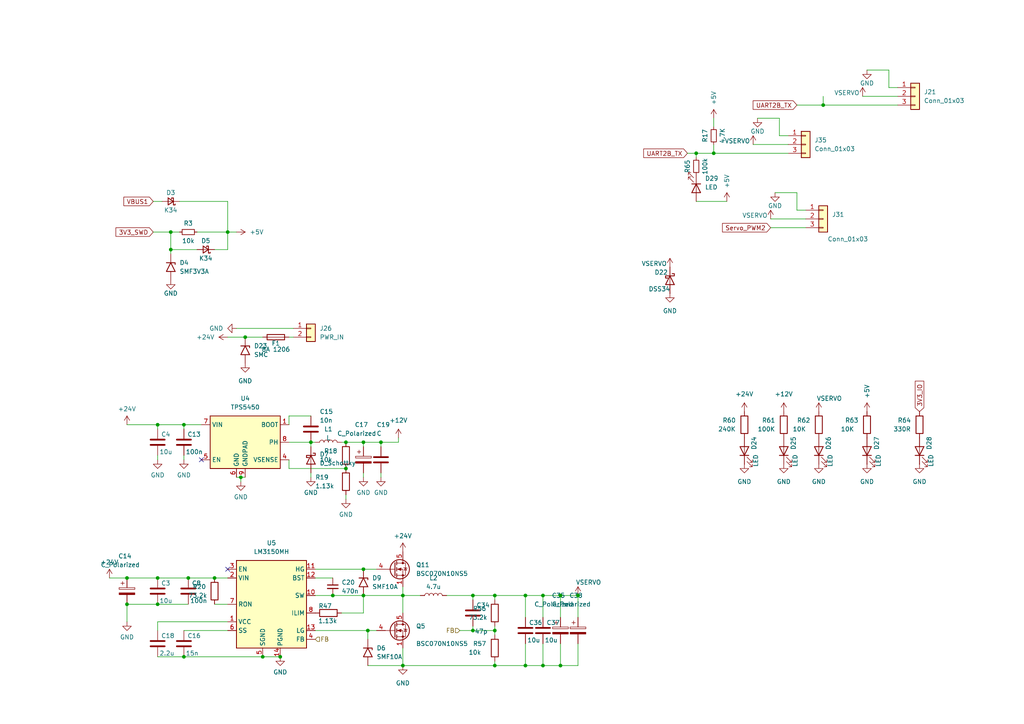
<source format=kicad_sch>
(kicad_sch (version 20231120) (generator "eeschema") (generator_version "8.0")
  (paper "A4")
  (lib_symbols
    (symbol "Connector_Generic:Conn_01x02" (pin_names (offset 1.016) hide)
      (property "Reference" "J" (at 0 2.54 0))
      (property "Value" "Conn_01x02" (at 0 -5.08 0))
      (symbol "Conn_01x02_1_1"
        (rectangle (start -1.27 -2.413) (end 0 -2.667) (stroke (width 0.1524)))
        (rectangle (start -1.27 0.127) (end 0 -0.127) (stroke (width 0.1524)))
        (rectangle (start -1.27 1.27) (end 1.27 -3.81) (stroke (width 0.254)) (fill (type background)))
        (pin passive line (at -5.08 0 0) (length 3.81) (name "Pin_1") (number "1"))
        (pin passive line (at -5.08 -2.54 0) (length 3.81) (name "Pin_2") (number "2"))
      )
    )
    (symbol "Connector_Generic:Conn_01x03" (pin_names (offset 1.016) hide)
      (property "Reference" "J" (at 0 5.08 0))
      (property "Value" "Conn_01x03" (at 0 -5.08 0))
      (symbol "Conn_01x03_1_1"
        (rectangle (start -1.27 -2.413) (end 0 -2.667) (stroke (width 0.1524)))
        (rectangle (start -1.27 0.127) (end 0 -0.127) (stroke (width 0.1524)))
        (rectangle (start -1.27 2.667) (end 0 2.413) (stroke (width 0.1524)))
        (rectangle (start -1.27 3.81) (end 1.27 -3.81) (stroke (width 0.254)) (fill (type background)))
        (pin passive line (at -5.08 2.54 0) (length 3.81) (name "Pin_1") (number "1"))
        (pin passive line (at -5.08 0 0) (length 3.81) (name "Pin_2") (number "2"))
        (pin passive line (at -5.08 -2.54 0) (length 3.81) (name "Pin_3") (number "3"))
      )
    )
    (symbol "Device:C" (pin_numbers hide) (pin_names (offset 0.254))
      (property "Reference" "C" (at 0.635 2.54 0))
      (property "Value" "C" (at 0.635 -2.54 0))
      (symbol "C_0_1"
        (polyline (pts (xy -2.032 -0.762) (xy 2.032 -0.762)) (stroke (width 0.508)))
        (polyline (pts (xy -2.032 0.762) (xy 2.032 0.762)) (stroke (width 0.508)))
      )
      (symbol "C_1_1"
        (pin passive line (at 0 3.81 270) (length 2.794) (name "~") (number "1"))
        (pin passive line (at 0 -3.81 90) (length 2.794) (name "~") (number "2"))
      )
    )
    (symbol "Device:C_Polarized" (pin_numbers hide) (pin_names (offset 0.254))
      (property "Reference" "C" (at 0.635 2.54 0))
      (property "Value" "C_Polarized" (at 0.635 -2.54 0))
      (symbol "C_Polarized_0_1"
        (rectangle (start -2.286 0.508) (end 2.286 1.016))
        (polyline (pts (xy -1.778 2.286) (xy -0.762 2.286)))
        (polyline (pts (xy -1.27 2.794) (xy -1.27 1.778)))
        (rectangle (start 2.286 -0.508) (end -2.286 -1.016) (fill (type outline)))
      )
      (symbol "C_Polarized_1_1"
        (pin passive line (at 0 3.81 270) (length 2.794) (name "~") (number "1"))
        (pin passive line (at 0 -3.81 90) (length 2.794) (name "~") (number "2"))
      )
    )
    (symbol "Device:C_Small" (pin_numbers hide) (pin_names (offset 0.254) hide)
      (property "Reference" "C" (at 0.254 1.778 0))
      (property "Value" "C_Small" (at 0.254 -2.032 0))
      (symbol "C_Small_0_1"
        (polyline (pts (xy -1.524 -0.508) (xy 1.524 -0.508)) (stroke (width 0.3302)))
        (polyline (pts (xy -1.524 0.508) (xy 1.524 0.508)) (stroke (width 0.3048)))
      )
      (symbol "C_Small_1_1"
        (pin passive line (at 0 2.54 270) (length 2.032) (name "~") (number "1"))
        (pin passive line (at 0 -2.54 90) (length 2.032) (name "~") (number "2"))
      )
    )
    (symbol "Device:D_Schottky" (pin_numbers hide) (pin_names (offset 1.016) hide)
      (property "Reference" "D" (at 0 2.54 0))
      (property "Value" "D_Schottky" (at 0 -2.54 0))
      (symbol "D_Schottky_0_1"
        (polyline (pts (xy 1.27 0) (xy -1.27 0)))
        (polyline (pts (xy 1.27 1.27) (xy 1.27 -1.27) (xy -1.27 0) (xy 1.27 1.27)) (stroke (width 0.254)))
        (polyline (pts (xy -1.905 0.635) (xy -1.905 1.27) (xy -1.27 1.27) (xy -1.27 -1.27) (xy -0.635 -1.27) (xy -0.635 -0.635)) (stroke (width 0.254)))
      )
      (symbol "D_Schottky_1_1"
        (pin passive line (at -3.81 0 0) (length 2.54) (name "K") (number "1"))
        (pin passive line (at 3.81 0 180) (length 2.54) (name "A") (number "2"))
      )
    )
    (symbol "Device:D_Schottky_Small" (pin_numbers hide) (pin_names (offset 0.254) hide)
      (property "Reference" "D" (at -1.27 2.032 0))
      (property "Value" "D_Schottky_Small" (at -7.112 -2.032 0))
      (symbol "D_Schottky_Small_0_1"
        (polyline (pts (xy -0.762 0) (xy 0.762 0)))
        (polyline (pts (xy 0.762 -1.016) (xy -0.762 0) (xy 0.762 1.016) (xy 0.762 -1.016)) (stroke (width 0.254)))
        (polyline (pts (xy -1.27 0.762) (xy -1.27 1.016) (xy -0.762 1.016) (xy -0.762 -1.016) (xy -0.254 -1.016) (xy -0.254 -0.762)) (stroke (width 0.254)))
      )
      (symbol "D_Schottky_Small_1_1"
        (pin passive line (at -2.54 0 0) (length 1.778) (name "K") (number "1"))
        (pin passive line (at 2.54 0 180) (length 1.778) (name "A") (number "2"))
      )
    )
    (symbol "Device:Fuse" (pin_numbers hide) (pin_names (offset 0))
      (property "Reference" "F" (at 2.032 0 90))
      (property "Value" "Fuse" (at -1.905 0 90))
      (symbol "Fuse_0_1"
        (rectangle (start -0.762 -2.54) (end 0.762 2.54) (stroke (width 0.254)))
        (polyline (pts (xy 0 2.54) (xy 0 -2.54)))
      )
      (symbol "Fuse_1_1"
        (pin passive line (at 0 3.81 270) (length 1.27) (name "~") (number "1"))
        (pin passive line (at 0 -3.81 90) (length 1.27) (name "~") (number "2"))
      )
    )
    (symbol "Device:L" (pin_numbers hide) (pin_names (offset 1.016) hide)
      (property "Reference" "L" (at -1.27 0 90))
      (property "Value" "L" (at 1.905 0 90))
      (symbol "L_0_1"
        (arc (start 0 -2.54) (mid 0.6323 -1.905) (end 0 -1.27))
        (arc (start 0 -1.27) (mid 0.6323 -0.635) (end 0 0))
        (arc (start 0 0) (mid 0.6323 0.635) (end 0 1.27))
        (arc (start 0 1.27) (mid 0.6323 1.905) (end 0 2.54))
      )
      (symbol "L_1_1"
        (pin passive line (at 0 3.81 270) (length 1.27) (name "1") (number "1"))
        (pin passive line (at 0 -3.81 90) (length 1.27) (name "2") (number "2"))
      )
    )
    (symbol "Device:LED" (pin_numbers hide) (pin_names (offset 1.016) hide)
      (property "Reference" "D" (at 0 2.54 0))
      (property "Value" "LED" (at 0 -2.54 0))
      (symbol "LED_0_1"
        (polyline (pts (xy -1.27 -1.27) (xy -1.27 1.27)) (stroke (width 0.254)))
        (polyline (pts (xy -1.27 0) (xy 1.27 0)))
        (polyline (pts (xy 1.27 -1.27) (xy 1.27 1.27) (xy -1.27 0) (xy 1.27 -1.27)) (stroke (width 0.254)))
        (polyline (pts (xy -3.048 -0.762) (xy -4.572 -2.286) (xy -3.81 -2.286) (xy -4.572 -2.286) (xy -4.572 -1.524)))
        (polyline (pts (xy -1.778 -0.762) (xy -3.302 -2.286) (xy -2.54 -2.286) (xy -3.302 -2.286) (xy -3.302 -1.524)))
      )
      (symbol "LED_1_1"
        (pin passive line (at -3.81 0 0) (length 2.54) (name "K") (number "1"))
        (pin passive line (at 3.81 0 180) (length 2.54) (name "A") (number "2"))
      )
    )
    (symbol "Device:R" (pin_numbers hide) (pin_names (offset 0))
      (property "Reference" "R" (at 2.032 0 90))
      (property "Value" "R" (at 0 0 90))
      (symbol "R_0_1"
        (rectangle (start -1.016 -2.54) (end 1.016 2.54) (stroke (width 0.254)))
      )
      (symbol "R_1_1"
        (pin passive line (at 0 3.81 270) (length 1.27) (name "~") (number "1"))
        (pin passive line (at 0 -3.81 90) (length 1.27) (name "~") (number "2"))
      )
    )
    (symbol "Device:R_Small" (pin_numbers hide) (pin_names (offset 0.254) hide)
      (property "Reference" "R" (at 0.762 0.508 0))
      (property "Value" "R_Small" (at 0.762 -1.016 0))
      (symbol "R_Small_0_1"
        (rectangle (start -0.762 1.778) (end 0.762 -1.778) (stroke (width 0.2032)))
      )
      (symbol "R_Small_1_1"
        (pin passive line (at 0 2.54 270) (length 0.762) (name "~") (number "1"))
        (pin passive line (at 0 -2.54 90) (length 0.762) (name "~") (number "2"))
      )
    )
    (symbol "Diode:SMF10A" (pin_numbers hide) (pin_names (offset 1.016) hide)
      (property "Reference" "D" (at 0 2.54 0))
      (property "Value" "SMF10A" (at 0 -2.54 0))
      (symbol "SMF10A_0_1"
        (polyline (pts (xy -0.762 1.27) (xy -1.27 1.27) (xy -1.27 -1.27)) (stroke (width 0.254)))
        (polyline (pts (xy 1.27 1.27) (xy 1.27 -1.27) (xy -1.27 0) (xy 1.27 1.27)) (stroke (width 0.254)))
      )
      (symbol "SMF10A_1_1"
        (pin passive line (at -3.81 0 0) (length 2.54) (name "A1") (number "1"))
        (pin passive line (at 3.81 0 180) (length 2.54) (name "A2") (number "2"))
      )
    )
    (symbol "Diode:SMF5V0A" (pin_numbers hide) (pin_names (offset 1.016) hide)
      (property "Reference" "D" (at 0 2.54 0))
      (property "Value" "SMF5V0A" (at 0 -2.54 0))
      (symbol "SMF5V0A_0_1"
        (polyline (pts (xy -0.762 1.27) (xy -1.27 1.27) (xy -1.27 -1.27)) (stroke (width 0.254)))
        (polyline (pts (xy 1.27 1.27) (xy 1.27 -1.27) (xy -1.27 0) (xy 1.27 1.27)) (stroke (width 0.254)))
      )
      (symbol "SMF5V0A_1_1"
        (pin passive line (at -3.81 0 0) (length 2.54) (name "A1") (number "1"))
        (pin passive line (at 3.81 0 180) (length 2.54) (name "A2") (number "2"))
      )
    )
    (symbol "GND_1" (power) (pin_numbers hide) (pin_names (offset 0) hide)
      (property "Value" "GND" (at 0 -3.81 0))
      (symbol "GND_1_0_1"
        (polyline (pts (xy 0 0) (xy 0 -1.27) (xy 1.27 -1.27) (xy 0 -2.54) (xy -1.27 -1.27) (xy 0 -1.27)))
      )
      (symbol "GND_1_1_1"
        (pin power_in line (at 0 0 270) (length 0) (name "~") (number "1"))
      )
    )
    (symbol "GND_2" (power) (pin_numbers hide) (pin_names (offset 0) hide)
      (property "Value" "GND" (at 0 -3.81 0))
      (symbol "GND_2_0_1"
        (polyline (pts (xy 0 0) (xy 0 -1.27) (xy 1.27 -1.27) (xy 0 -2.54) (xy -1.27 -1.27) (xy 0 -1.27)))
      )
      (symbol "GND_2_1_1"
        (pin power_in line (at 0 0 270) (length 0) (name "~") (number "1"))
      )
    )
    (symbol "GND_3" (power) (pin_numbers hide) (pin_names (offset 0) hide)
      (property "Value" "GND" (at 0 -3.81 0))
      (symbol "GND_3_0_1"
        (polyline (pts (xy 0 0) (xy 0 -1.27) (xy 1.27 -1.27) (xy 0 -2.54) (xy -1.27 -1.27) (xy 0 -1.27)))
      )
      (symbol "GND_3_1_1"
        (pin power_in line (at 0 0 270) (length 0) (name "~") (number "1"))
      )
    )
    (symbol "Regulator_Switching:LM3150MH"
      (property "Reference" "U" (at -10.16 13.97 0))
      (property "Value" "LM3150MH" (at 2.54 13.97 0))
      (symbol "LM3150MH_0_1"
        (rectangle (start -10.16 12.7) (end 10.16 -12.7) (stroke (width 0.254)) (fill (type background)))
      )
      (symbol "LM3150MH_1_1"
        (pin power_out line (at -12.7 -5.08 0) (length 2.54) (name "VCC") (number "1"))
        (pin output line (at 12.7 2.54 180) (length 2.54) (name "SW") (number "10"))
        (pin output line (at 12.7 10.16 180) (length 2.54) (name "HG") (number "11"))
        (pin passive line (at 12.7 7.62 180) (length 2.54) (name "BST") (number "12"))
        (pin output line (at 12.7 -7.62 180) (length 2.54) (name "LG") (number "13"))
        (pin power_in line (at 2.54 -15.24 90) (length 2.54) (name "PGND") (number "14"))
        (pin passive line (at -2.54 -15.24 90) (length 2.54) hide (name "SGND") (number "15"))
        (pin power_in line (at -12.7 7.62 0) (length 2.54) (name "VIN") (number "2"))
        (pin input line (at -12.7 10.16 0) (length 2.54) (name "EN") (number "3"))
        (pin input line (at 12.7 -10.16 180) (length 2.54) (name "FB") (number "4"))
        (pin power_in line (at -2.54 -15.24 90) (length 2.54) (name "SGND") (number "5"))
        (pin passive line (at -12.7 -7.62 0) (length 2.54) (name "SS") (number "6"))
        (pin input line (at -12.7 0 0) (length 2.54) (name "RON") (number "7"))
        (pin input line (at 12.7 -2.54 180) (length 2.54) (name "ILIM") (number "8"))
        (pin passive line (at -2.54 -15.24 90) (length 2.54) hide (name "SGND") (number "9"))
      )
    )
    (symbol "Regulator_Switching:TPS5430DDA"
      (property "Reference" "U" (at -10.16 8.89 0))
      (property "Value" "TPS5430DDA" (at -1.27 8.89 0))
      (symbol "TPS5430DDA_0_1"
        (rectangle (start -10.16 7.62) (end 10.16 -7.62) (stroke (width 0.254)) (fill (type background)))
      )
      (symbol "TPS5430DDA_1_1"
        (pin input line (at 12.7 5.08 180) (length 2.54) (name "BOOT") (number "1"))
        (pin no_connect line (at -10.16 2.54 0) (length 2.54) hide (name "NC") (number "2"))
        (pin no_connect line (at -10.16 -2.54 0) (length 2.54) hide (name "NC") (number "3"))
        (pin input line (at 12.7 -5.08 180) (length 2.54) (name "VSENSE") (number "4"))
        (pin input line (at -12.7 -5.08 0) (length 2.54) (name "EN") (number "5"))
        (pin power_in line (at -2.54 -10.16 90) (length 2.54) (name "GND") (number "6"))
        (pin power_in line (at -12.7 5.08 0) (length 2.54) (name "VIN") (number "7"))
        (pin output line (at 12.7 0 180) (length 2.54) (name "PH") (number "8"))
        (pin power_in line (at 0 -10.16 90) (length 2.54) (name "GNDPAD") (number "9"))
      )
    )
    (symbol "Transistor_FET:BSC070N10NS5" (pin_names hide)
      (property "Reference" "Q" (at 5.08 1.905 0))
      (property "Value" "BSC070N10NS5" (at 5.08 0 0))
      (symbol "BSC070N10NS5_0_1"
        (polyline (pts (xy 0.254 0) (xy -2.54 0)))
        (polyline (pts (xy 0.254 1.905) (xy 0.254 -1.905)) (stroke (width 0.254)))
        (polyline (pts (xy 0.762 -1.27) (xy 0.762 -2.286)) (stroke (width 0.254)))
        (polyline (pts (xy 0.762 0.508) (xy 0.762 -0.508)) (stroke (width 0.254)))
        (polyline (pts (xy 0.762 2.286) (xy 0.762 1.27)) (stroke (width 0.254)))
        (polyline (pts (xy 2.54 2.54) (xy 2.54 1.778)))
        (polyline (pts (xy 2.54 -2.54) (xy 2.54 0) (xy 0.762 0)))
        (polyline (pts (xy 0.762 -1.778) (xy 3.302 -1.778) (xy 3.302 1.778) (xy 0.762 1.778)))
        (polyline (pts (xy 1.016 0) (xy 2.032 0.381) (xy 2.032 -0.381) (xy 1.016 0)) (fill (type outline)))
        (polyline (pts (xy 2.794 0.508) (xy 2.921 0.381) (xy 3.683 0.381) (xy 3.81 0.254)))
        (polyline (pts (xy 3.302 0.381) (xy 2.921 -0.254) (xy 3.683 -0.254) (xy 3.302 0.381)))
        (circle (center 1.651 0) (radius 2.794) (stroke (width 0.254)))
        (circle (center 2.54 -1.778) (radius 0.254) (fill (type outline)))
        (circle (center 2.54 1.778) (radius 0.254) (fill (type outline)))
      )
      (symbol "BSC070N10NS5_1_1"
        (pin passive line (at 2.54 -5.08 90) (length 2.54) (name "S") (number "1"))
        (pin passive line (at 2.54 -5.08 90) (length 2.54) hide (name "S") (number "2"))
        (pin passive line (at 2.54 -5.08 90) (length 2.54) hide (name "S") (number "3"))
        (pin passive line (at -5.08 0 0) (length 2.54) (name "G") (number "4"))
        (pin passive line (at 2.54 5.08 270) (length 2.54) (name "D") (number "5"))
      )
    )
    (symbol "power:+12V" (power) (pin_names (offset 0))
      (property "Value" "+12V" (at 0 3.556 0))
      (symbol "+12V_0_1"
        (polyline (pts (xy -0.762 1.27) (xy 0 2.54)))
        (polyline (pts (xy 0 0) (xy 0 2.54)))
        (polyline (pts (xy 0 2.54) (xy 0.762 1.27)))
      )
      (symbol "+12V_1_1"
        (pin power_in line (at 0 0 90) (length 0) hide (name "+12V") (number "1"))
      )
    )
    (symbol "power:+24V" (power) (pin_names (offset 0))
      (property "Value" "+24V" (at 0 3.556 0))
      (symbol "+24V_0_1"
        (polyline (pts (xy -0.762 1.27) (xy 0 2.54)))
        (polyline (pts (xy 0 0) (xy 0 2.54)))
        (polyline (pts (xy 0 2.54) (xy 0.762 1.27)))
      )
      (symbol "+24V_1_1"
        (pin power_in line (at 0 0 90) (length 0) hide (name "+24V") (number "1"))
      )
    )
    (symbol "power:+5V" (power) (pin_names (offset 0))
      (property "Value" "+5V" (at 0 3.556 0))
      (symbol "+5V_0_1"
        (polyline (pts (xy -0.762 1.27) (xy 0 2.54)))
        (polyline (pts (xy 0 0) (xy 0 2.54)))
        (polyline (pts (xy 0 2.54) (xy 0.762 1.27)))
      )
      (symbol "+5V_1_1"
        (pin power_in line (at 0 0 90) (length 0) hide (name "+5V") (number "1"))
      )
    )
    (symbol "power:GND" (power) (pin_names (offset 0))
      (property "Value" "GND" (at 0 -3.81 0))
      (symbol "GND_0_1"
        (polyline (pts (xy 0 0) (xy 0 -1.27) (xy 1.27 -1.27) (xy 0 -2.54) (xy -1.27 -1.27) (xy 0 -1.27)))
      )
      (symbol "GND_1_1"
        (pin power_in line (at 0 0 270) (length 0) hide (name "GND") (number "1"))
      )
    )
  )
  (junction (at 238.76 30.48))
  (junction (at 54.61 167.64))
  (junction (at 143.51 182.88))
  (junction (at 100.33 128.27))
  (junction (at 157.48 193.04))
  (junction (at 152.4 172.72))
  (junction (at 71.12 97.79))
  (junction (at 105.41 128.27))
  (junction (at 137.16 182.88))
  (junction (at 100.33 135.89))
  (junction (at 106.68 182.88))
  (junction (at 90.17 128.27))
  (junction (at 62.23 167.64))
  (junction (at 45.72 123.19))
  (junction (at 105.41 172.72))
  (junction (at 201.93 44.45))
  (junction (at 110.49 128.27))
  (junction (at 167.64 172.72))
  (junction (at 162.56 172.72))
  (junction (at 162.56 193.04))
  (junction (at 69.85 138.43))
  (junction (at 152.4 193.04))
  (junction (at 66.04 67.31))
  (junction (at 53.34 190.5))
  (junction (at 207.01 44.45))
  (junction (at 105.41 165.1))
  (junction (at 36.83 175.26))
  (junction (at 45.72 175.26))
  (junction (at 45.72 167.64))
  (junction (at 76.2 190.5))
  (junction (at 36.83 167.64))
  (junction (at 49.53 72.39))
  (junction (at 143.51 193.04))
  (junction (at 116.84 193.04))
  (junction (at 96.52 172.72))
  (junction (at 81.28 190.5))
  (junction (at 137.16 172.72))
  (junction (at 53.34 123.19))
  (junction (at 143.51 172.72))
  (junction (at 157.48 172.72))
  (junction (at 116.84 172.72))
  (junction (at 49.53 67.31))
  (no_connect (at 66.04 165.1))
  (no_connect (at 58.42 133.35))
  (wire (pts (xy 105.41 172.72) (xy 105.41 177.8)))
  (wire (pts (xy 36.83 123.19) (xy 45.72 123.19)))
  (wire (pts (xy 49.53 72.39) (xy 57.15 72.39)))
  (wire (pts (xy 167.64 172.72) (xy 167.64 179.07)))
  (wire (pts (xy 210.82 58.42) (xy 201.93 58.42)))
  (wire (pts (xy 100.33 144.78) (xy 100.33 143.51)))
  (wire (pts (xy 68.58 138.43) (xy 69.85 138.43)))
  (wire (pts (xy 223.52 66.04) (xy 233.68 66.04)))
  (wire (pts (xy 83.82 97.79) (xy 85.09 97.79)))
  (wire (pts (xy 162.56 172.72) (xy 167.64 172.72)))
  (wire (pts (xy 57.15 67.31) (xy 66.04 67.31)))
  (wire (pts (xy 167.64 186.69) (xy 167.64 193.04)))
  (wire (pts (xy 110.49 129.54) (xy 110.49 128.27)))
  (wire (pts (xy 45.72 182.88) (xy 45.72 180.34)))
  (wire (pts (xy 53.34 124.46) (xy 53.34 123.19)))
  (wire (pts (xy 36.83 180.34) (xy 36.83 175.26)))
  (wire (pts (xy 238.76 27.94) (xy 238.76 30.48)))
  (wire (pts (xy 106.68 182.88) (xy 109.22 182.88)))
  (wire (pts (xy 45.72 124.46) (xy 45.72 123.19)))
  (wire (pts (xy 105.41 129.54) (xy 105.41 128.27)))
  (wire (pts (xy 99.06 128.27) (xy 100.33 128.27)))
  (wire (pts (xy 105.41 138.43) (xy 105.41 137.16)))
  (wire (pts (xy 143.51 191.77) (xy 143.51 193.04)))
  (wire (pts (xy 143.51 173.99) (xy 143.51 172.72)))
  (wire (pts (xy 45.72 123.19) (xy 53.34 123.19)))
  (wire (pts (xy 66.04 72.39) (xy 66.04 67.31)))
  (wire (pts (xy 137.16 182.88) (xy 137.16 181.61)))
  (wire (pts (xy 207.01 44.45) (xy 228.6 44.45)))
  (wire (pts (xy 219.71 34.29) (xy 226.06 34.29)))
  (wire (pts (xy 152.4 172.72) (xy 152.4 179.07)))
  (wire (pts (xy 218.44 41.91) (xy 228.6 41.91)))
  (wire (pts (xy 62.23 175.26) (xy 66.04 175.26)))
  (wire (pts (xy 129.54 172.72) (xy 137.16 172.72)))
  (wire (pts (xy 105.41 128.27) (xy 110.49 128.27)))
  (wire (pts (xy 45.72 175.26) (xy 54.61 175.26)))
  (wire (pts (xy 76.2 190.5) (xy 53.34 190.5)))
  (wire (pts (xy 105.41 177.8) (xy 99.06 177.8)))
  (wire (pts (xy 250.19 27.94) (xy 260.35 27.94)))
  (wire (pts (xy 36.83 167.64) (xy 45.72 167.64)))
  (wire (pts (xy 83.82 133.35) (xy 83.82 135.89)))
  (wire (pts (xy 162.56 193.04) (xy 157.48 193.04)))
  (wire (pts (xy 45.72 133.35) (xy 45.72 132.08)))
  (wire (pts (xy 49.53 72.39) (xy 49.53 73.66)))
  (wire (pts (xy 201.93 45.72) (xy 201.93 44.45)))
  (wire (pts (xy 199.39 44.45) (xy 201.93 44.45)))
  (wire (pts (xy 52.07 67.31) (xy 49.53 67.31)))
  (wire (pts (xy 207.01 34.29) (xy 207.01 36.83)))
  (wire (pts (xy 257.81 20.32) (xy 257.81 25.4)))
  (wire (pts (xy 231.14 55.88) (xy 231.14 60.96)))
  (wire (pts (xy 106.68 193.04) (xy 116.84 193.04)))
  (wire (pts (xy 226.06 39.37) (xy 228.6 39.37)))
  (wire (pts (xy 251.46 20.32) (xy 257.81 20.32)))
  (wire (pts (xy 110.49 128.27) (xy 115.57 128.27)))
  (wire (pts (xy 116.84 170.18) (xy 116.84 172.72)))
  (wire (pts (xy 137.16 182.88) (xy 143.51 182.88)))
  (wire (pts (xy 96.52 172.72) (xy 91.44 172.72)))
  (wire (pts (xy 62.23 167.64) (xy 66.04 167.64)))
  (wire (pts (xy 157.48 172.72) (xy 162.56 172.72)))
  (wire (pts (xy 91.44 165.1) (xy 105.41 165.1)))
  (wire (pts (xy 69.85 138.43) (xy 71.12 138.43)))
  (wire (pts (xy 201.93 44.45) (xy 207.01 44.45)))
  (wire (pts (xy 110.49 138.43) (xy 110.49 137.16)))
  (wire (pts (xy 66.04 58.42) (xy 52.07 58.42)))
  (wire (pts (xy 106.68 182.88) (xy 106.68 185.42)))
  (wire (pts (xy 44.45 67.31) (xy 49.53 67.31)))
  (wire (pts (xy 96.52 167.64) (xy 91.44 167.64)))
  (wire (pts (xy 54.61 167.64) (xy 62.23 167.64)))
  (wire (pts (xy 162.56 172.72) (xy 162.56 179.07)))
  (wire (pts (xy 100.33 128.27) (xy 105.41 128.27)))
  (wire (pts (xy 66.04 97.79) (xy 71.12 97.79)))
  (wire (pts (xy 143.51 172.72) (xy 152.4 172.72)))
  (wire (pts (xy 69.85 139.7) (xy 69.85 138.43)))
  (wire (pts (xy 152.4 193.04) (xy 152.4 186.69)))
  (wire (pts (xy 137.16 182.88) (xy 133.35 182.88)))
  (wire (pts (xy 231.14 60.96) (xy 233.68 60.96)))
  (wire (pts (xy 137.16 173.99) (xy 137.16 172.72)))
  (wire (pts (xy 45.72 190.5) (xy 53.34 190.5)))
  (wire (pts (xy 83.82 120.65) (xy 90.17 120.65)))
  (wire (pts (xy 81.28 190.5) (xy 76.2 190.5)))
  (wire (pts (xy 116.84 187.96) (xy 116.84 193.04)))
  (wire (pts (xy 226.06 34.29) (xy 226.06 39.37)))
  (wire (pts (xy 44.45 58.42) (xy 46.99 58.42)))
  (wire (pts (xy 223.52 63.5) (xy 233.68 63.5)))
  (wire (pts (xy 66.04 67.31) (xy 68.58 67.31)))
  (wire (pts (xy 53.34 133.35) (xy 53.34 132.08)))
  (wire (pts (xy 91.44 182.88) (xy 106.68 182.88)))
  (wire (pts (xy 121.92 172.72) (xy 116.84 172.72)))
  (wire (pts (xy 238.76 30.48) (xy 260.35 30.48)))
  (wire (pts (xy 53.34 123.19) (xy 58.42 123.19)))
  (wire (pts (xy 143.51 172.72) (xy 137.16 172.72)))
  (wire (pts (xy 66.04 58.42) (xy 66.04 67.31)))
  (wire (pts (xy 83.82 135.89) (xy 100.33 135.89)))
  (wire (pts (xy 90.17 138.43) (xy 90.17 137.16)))
  (wire (pts (xy 167.64 193.04) (xy 162.56 193.04)))
  (wire (pts (xy 31.75 167.64) (xy 36.83 167.64)))
  (wire (pts (xy 115.57 127) (xy 115.57 128.27)))
  (wire (pts (xy 90.17 128.27) (xy 91.44 128.27)))
  (wire (pts (xy 207.01 41.91) (xy 207.01 44.45)))
  (wire (pts (xy 45.72 180.34) (xy 66.04 180.34)))
  (wire (pts (xy 143.51 193.04) (xy 116.84 193.04)))
  (wire (pts (xy 68.58 95.25) (xy 85.09 95.25)))
  (wire (pts (xy 83.82 128.27) (xy 90.17 128.27)))
  (wire (pts (xy 257.81 25.4) (xy 260.35 25.4)))
  (wire (pts (xy 152.4 172.72) (xy 157.48 172.72)))
  (wire (pts (xy 83.82 123.19) (xy 83.82 120.65)))
  (wire (pts (xy 224.79 55.88) (xy 231.14 55.88)))
  (wire (pts (xy 157.48 186.69) (xy 157.48 193.04)))
  (wire (pts (xy 143.51 184.15) (xy 143.51 182.88)))
  (wire (pts (xy 143.51 193.04) (xy 152.4 193.04)))
  (wire (pts (xy 53.34 182.88) (xy 66.04 182.88)))
  (wire (pts (xy 71.12 97.79) (xy 76.2 97.79)))
  (wire (pts (xy 90.17 129.54) (xy 90.17 128.27)))
  (wire (pts (xy 49.53 67.31) (xy 49.53 72.39)))
  (wire (pts (xy 116.84 172.72) (xy 116.84 177.8)))
  (wire (pts (xy 105.41 165.1) (xy 109.22 165.1)))
  (wire (pts (xy 231.14 30.48) (xy 238.76 30.48)))
  (wire (pts (xy 66.04 72.39) (xy 62.23 72.39)))
  (wire (pts (xy 36.83 175.26) (xy 45.72 175.26)))
  (wire (pts (xy 96.52 172.72) (xy 105.41 172.72)))
  (wire (pts (xy 157.48 172.72) (xy 157.48 179.07)))
  (wire (pts (xy 45.72 167.64) (xy 54.61 167.64)))
  (wire (pts (xy 157.48 193.04) (xy 152.4 193.04)))
  (wire (pts (xy 105.41 172.72) (xy 116.84 172.72)))
  (wire (pts (xy 162.56 186.69) (xy 162.56 193.04)))
  (wire (pts (xy 143.51 182.88) (xy 143.51 181.61)))
  (global_label "Servo_PWM2" (shape input) (at 223.52 66.04 180) (property "Intersheetrefs" "${INTERSHEET_REFS}" (effects (hide yes))))
  (global_label "UART2B_TX" (shape input) (at 231.14 30.48 180) (property "Intersheetrefs" "${INTERSHEET_REFS}" (effects (hide yes))))
  (global_label "VBUS1" (shape input) (at 44.45 58.42 180) (property "Intersheetrefs" "${INTERSHEET_REFS}" (effects (hide yes))))
  (global_label "UART2B_TX" (shape input) (at 199.39 44.45 180) (property "Intersheetrefs" "${INTERSHEET_REFS}" (effects (hide yes))))
  (global_label "3V3_SWD" (shape input) (at 44.45 67.31 180) (property "Intersheetrefs" "${INTERSHEET_REFS}" (effects (hide yes))))
  (global_label "3V3_IO" (shape input) (at 266.7 119.38 90) (property "Intersheetrefs" "${INTERSHEET_REFS}" (effects (hide yes))))
  (hierarchical_label "FB" (shape input) (at 133.35 182.88 180))
  (hierarchical_label "FB" (shape input) (at 91.44 185.42 0))
  (symbol (lib_name "GND_2") (lib_id "power:GND") (at 194.31 85.09 0) (unit 1)
    (property "Reference" "#PWR0120" (effects (hide yes)))
    (property "Value" "GND" (at 194.31 90.17 0))
    (property "Description" "Power symbol creates a global label with name \"GND\" , ground" (effects (hide yes)))
  )
  (symbol (lib_id "power:GND") (at 36.83 180.34 0) (unit 1)
    (property "Reference" "#PWR042" (effects (hide yes)))
    (property "Value" "GND" (at 36.83 184.785 0))
  )
  (symbol (lib_id "power:GND") (at 69.85 139.7 0) (unit 1)
    (property "Reference" "#PWR077" (effects (hide yes)))
    (property "Value" "GND" (at 69.85 144.145 0))
  )
  (symbol (lib_id "Device:R") (at 251.46 123.19 0) (unit 1)
    (property "Reference" "R63" (at 245.11 121.92 0) (effects (justify left)))
    (property "Value" "10K" (at 243.84 124.46 0) (effects (justify left)))
    (property "Footprint" "Resistor_SMD:R_0603_1608Metric" (effects (hide yes)))
  )
  (symbol (lib_id "power:+24V") (at 31.75 167.64 0) (unit 1)
    (property "Reference" "#PWR028" (effects (hide yes)))
    (property "Value" "+24V" (at 31.75 163.068 0))
  )
  (symbol (lib_id "Device:D_Schottky") (at 90.17 133.35 270) (unit 1)
    (property "Reference" "D7" (at 92.71 131.7625 90) (effects (justify left)))
    (property "Value" "D_Schottky" (at 92.71 134.3025 90) (effects (justify left)))
    (property "Footprint" "Diode_SMD:D_SMF" (effects (hide yes)))
  )
  (symbol (lib_id "power:+5V") (at 251.46 119.38 0) (unit 1)
    (property "Reference" "#PWR0102" (effects (hide yes)))
    (property "Value" "+5V" (at 251.46 115.57 90) (effects (justify left)))
  )
  (symbol (lib_id "Device:L") (at 125.73 172.72 90) (unit 1)
    (property "Reference" "L2" (at 125.73 167.64 90))
    (property "Value" "4.7u" (at 125.73 170.18 90))
    (property "Footprint" "Inductor_SMD:L_Wuerth_HCI-1040" (effects (hide yes)))
    (property "Description" "Inductor" (effects (hide yes)))
  )
  (symbol (lib_id "Device:C") (at 53.34 186.69 0) (unit 1)
    (property "Reference" "C16" (at 54.356 184.404 0) (effects (justify left)))
    (property "Value" "15n" (at 53.848 189.484 0) (effects (justify left)))
    (property "Footprint" "Capacitor_SMD:C_0603_1608Metric" (effects (hide yes)))
  )
  (symbol (lib_id "power:GND") (at 71.12 105.41 0) (unit 1)
    (property "Reference" "#PWR054" (effects (hide yes)))
    (property "Value" "GND" (at 71.12 110.49 0))
  )
  (symbol (lib_id "Connector_Generic:Conn_01x02") (at 90.17 95.25 0) (unit 1)
    (property "Reference" "J26" (at 92.71 95.2499 0) (effects (justify left)))
    (property "Value" "PWR_IN" (at 92.71 97.7899 0) (effects (justify left)))
    (property "Footprint" "Connector_AMASS:AMASS_XT30PW-M_1x02_P2.50mm_Horizontal" (effects (hide yes)))
    (property "Description" "Generic connector, single row, 01x02, script generated (kicad-library-utils/schlib/autogen/connector/)" (effects (hide yes)))
  )
  (symbol (lib_id "Device:C") (at 45.72 128.27 0) (unit 1)
    (property "Reference" "C4" (at 46.736 125.984 0) (effects (justify left)))
    (property "Value" "10u" (at 46.228 131.064 0) (effects (justify left)))
    (property "Footprint" "Capacitor_SMD:C_1206_3216Metric" (effects (hide yes)))
  )
  (symbol (lib_id "power:+12V") (at 218.44 41.91 0) (unit 1)
    (property "Reference" "#PWR080" (effects (hide yes)))
    (property "Value" "VSERVO" (at 213.868 40.894 0))
  )
  (symbol (lib_id "Device:R_Small") (at 201.93 48.26 0) (mirror x) (unit 1)
    (property "Reference" "R65" (at 199.39 48.26 90))
    (property "Value" "100k" (at 204.47 48.26 90))
    (property "Footprint" "Resistor_SMD:R_0603_1608Metric" (effects (hide yes)))
  )
  (symbol (lib_id "Diode:SMF10A") (at 105.41 168.91 270) (unit 1)
    (property "Reference" "D9" (at 107.95 167.6399 90) (effects (justify left)))
    (property "Value" "SMF10A" (at 107.95 170.1799 90) (effects (justify left)))
    (property "Footprint" "Diode_SMD:D_SMF" (effects (hide yes)))
    (property "Datasheet" "https://www.vishay.com/doc?85881" (effects (hide yes)))
    (property "Description" "200W unidirectional Transil Transient Voltage Suppressor, 10Vrwm, SMF" (effects (hide yes)))
  )
  (symbol (lib_id "Device:R_Small") (at 207.01 39.37 0) (mirror x) (unit 1)
    (property "Reference" "R17" (at 204.47 39.37 90))
    (property "Value" "4.7K" (at 209.55 39.37 90))
    (property "Footprint" "Resistor_SMD:R_0603_1608Metric" (effects (hide yes)))
  )
  (symbol (lib_id "power:GND") (at 100.33 144.78 0) (unit 1)
    (property "Reference" "#PWR0119" (effects (hide yes)))
    (property "Value" "GND" (at 100.33 149.225 0))
  )
  (symbol (lib_id "Device:R") (at 237.49 123.19 0) (unit 1)
    (property "Reference" "R62" (at 231.14 121.92 0) (effects (justify left)))
    (property "Value" "10K" (at 229.87 124.46 0) (effects (justify left)))
    (property "Footprint" "Resistor_SMD:R_0603_1608Metric" (effects (hide yes)))
  )
  (symbol (lib_name "GND_3") (lib_id "power:GND") (at 215.9 134.62 0) (unit 1)
    (property "Reference" "#PWR087" (effects (hide yes)))
    (property "Value" "GND" (at 215.9 139.7 0))
    (property "Description" "Power symbol creates a global label with name \"GND\" , ground" (effects (hide yes)))
  )
  (symbol (lib_id "Connector_Generic:Conn_01x03") (at 238.76 63.5 0) (unit 1)
    (property "Reference" "J31" (at 241.3 62.2299 0) (effects (justify left)))
    (property "Value" "Conn_01x03" (at 240.03 69.342 0) (effects (justify left)))
    (property "Footprint" "Connector_JST:JST_PH_B3B-PH-K_1x03_P2.00mm_Vertical" (effects (hide yes)))
    (property "Description" "Generic connector, single row, 01x03, script generated (kicad-library-utils/schlib/autogen/connector/)" (effects (hide yes)))
  )
  (symbol (lib_id "power:GND") (at 49.53 81.28 0) (unit 1)
    (property "Reference" "#PWR073" (effects (hide yes)))
    (property "Value" "GND" (at 49.53 85.09 0))
  )
  (symbol (lib_name "GND_3") (lib_id "power:GND") (at 237.49 134.62 0) (unit 1)
    (property "Reference" "#PWR0126" (effects (hide yes)))
    (property "Value" "GND" (at 237.49 139.7 0))
    (property "Description" "Power symbol creates a global label with name \"GND\" , ground" (effects (hide yes)))
  )
  (symbol (lib_id "Device:R") (at 227.33 123.19 0) (unit 1)
    (property "Reference" "R61" (at 220.98 121.92 0) (effects (justify left)))
    (property "Value" "100K" (at 219.71 124.46 0) (effects (justify left)))
    (property "Footprint" "Resistor_SMD:R_0603_1608Metric" (effects (hide yes)))
  )
  (symbol (lib_id "power:+12V") (at 250.19 27.94 0) (unit 1)
    (property "Reference" "#PWR0133" (effects (hide yes)))
    (property "Value" "VSERVO" (at 245.618 26.924 0))
  )
  (symbol (lib_id "power:+12V") (at 194.31 77.47 0) (unit 1)
    (property "Reference" "#PWR082" (effects (hide yes)))
    (property "Value" "VSERVO" (at 189.738 76.454 0))
  )
  (symbol (lib_id "Device:LED") (at 215.9 130.81 90) (unit 1)
    (property "Reference" "D24" (at 218.694 128.524 0))
    (property "Value" "LED" (at 219.202 133.604 0))
    (property "Footprint" "LED_SMD:LED_0603_1608Metric" (effects (hide yes)))
  )
  (symbol (lib_id "power:GND") (at 45.72 133.35 0) (unit 1)
    (property "Reference" "#PWR071" (effects (hide yes)))
    (property "Value" "GND" (at 45.72 137.795 0))
  )
  (symbol (lib_id "Device:C") (at 53.34 128.27 0) (unit 1)
    (property "Reference" "C13" (at 54.356 125.984 0) (effects (justify left)))
    (property "Value" "100n" (at 53.848 131.064 0) (effects (justify left)))
    (property "Footprint" "Capacitor_SMD:C_0603_1608Metric" (effects (hide yes)))
  )
  (symbol (lib_id "power:+12V") (at 223.52 63.5 0) (unit 1)
    (property "Reference" "#PWR084" (effects (hide yes)))
    (property "Value" "VSERVO" (at 218.948 62.484 0))
  )
  (symbol (lib_id "Transistor_FET:BSC070N10NS5") (at 114.3 165.1 0) (unit 1)
    (property "Reference" "Q11" (at 120.65 163.8299 0) (effects (justify left)))
    (property "Value" "BSC070N10NS5" (at 120.65 166.3699 0) (effects (justify left)))
    (property "Footprint" "0_RM2024_HandSolder:TDSON-8-1_HandSolder" (effects (hide yes)))
    (property "Datasheet" "http://www.infineon.com/dgdl/Infineon-BSC070N10NS5-DS-v02_01-EN.pdf?fileId=5546d4624a0bf290014a0fc62d9d6b3c" (effects (hide yes)))
    (property "Description" "80A Id, 100V Vds, OptiMOS N-Channel Power MOSFET, 7.0mOhm Ron, Qg (typ) 30.0nC, PG-TDSON-8" (effects (hide yes)))
  )
  (symbol (lib_id "Device:R") (at 62.23 171.45 0) (unit 1)
    (property "Reference" "R20" (at 55.88 170.18 0) (effects (justify left)))
    (property "Value" "73.2k" (at 54.61 172.72 0) (effects (justify left)))
    (property "Footprint" "Resistor_SMD:R_0603_1608Metric" (effects (hide yes)))
  )
  (symbol (lib_id "power:+12V") (at 227.33 119.38 0) (unit 1)
    (property "Reference" "#PWR096" (effects (hide yes)))
    (property "Value" "+12V" (at 227.33 114.3 0))
  )
  (symbol (lib_id "power:GND") (at 219.71 34.29 0) (unit 1)
    (property "Reference" "#PWR081" (effects (hide yes)))
    (property "Value" "GND" (at 219.71 38.1 0))
  )
  (symbol (lib_id "Device:R") (at 100.33 132.08 0) (unit 1)
    (property "Reference" "R18" (at 93.98 130.81 0) (effects (justify left)))
    (property "Value" "10k" (at 92.71 133.35 0) (effects (justify left)))
    (property "Footprint" "Resistor_SMD:R_0603_1608Metric" (effects (hide yes)))
  )
  (symbol (lib_id "Device:LED") (at 201.93 54.61 270) (unit 1)
    (property "Reference" "D29" (at 204.47 51.7524 90) (effects (justify left)))
    (property "Value" "LED" (at 204.47 54.2924 90) (effects (justify left)))
    (property "Footprint" "LED_SMD:LED_0603_1608Metric" (effects (hide yes)))
    (property "Description" "Light emitting diode" (effects (hide yes)))
  )
  (symbol (lib_id "Device:C_Polarized") (at 36.83 171.45 0) (unit 1)
    (property "Reference" "C14" (at 34.29 161.29 0) (effects (justify left)))
    (property "Value" "C_Polarized" (at 29.21 163.83 0) (effects (justify left)))
    (property "Footprint" "Capacitor_THT:CP_Radial_D6.3mm_P2.50mm" (effects (hide yes)))
  )
  (symbol (lib_id "Device:R") (at 215.9 123.19 0) (unit 1)
    (property "Reference" "R60" (at 209.55 121.92 0) (effects (justify left)))
    (property "Value" "240K" (at 208.28 124.46 0) (effects (justify left)))
    (property "Footprint" "Resistor_SMD:R_0603_1608Metric" (effects (hide yes)))
  )
  (symbol (lib_id "Device:R_Small") (at 54.61 67.31 90) (mirror x) (unit 1)
    (property "Reference" "R3" (at 54.61 64.77 90))
    (property "Value" "10k" (at 54.61 69.85 90))
    (property "Footprint" "Resistor_SMD:R_0603_1608Metric" (effects (hide yes)))
  )
  (symbol (lib_id "power:GND") (at 224.79 55.88 0) (unit 1)
    (property "Reference" "#PWR090" (effects (hide yes)))
    (property "Value" "GND" (at 224.79 59.69 0))
  )
  (symbol (lib_id "power:+24V") (at 215.9 119.38 0) (unit 1)
    (property "Reference" "#PWR056" (effects (hide yes)))
    (property "Value" "+24V" (at 215.9 114.3 0))
  )
  (symbol (lib_id "power:+5V") (at 68.58 67.31 270) (unit 1)
    (property "Reference" "#PWR076" (effects (hide yes)))
    (property "Value" "+5V" (at 72.39 67.31 90) (effects (justify left)))
  )
  (symbol (lib_id "power:GND") (at 251.46 20.32 0) (unit 1)
    (property "Reference" "#PWR0139" (effects (hide yes)))
    (property "Value" "GND" (at 251.46 24.13 0))
  )
  (symbol (lib_id "power:GND") (at 81.28 190.5 0) (unit 1)
    (property "Reference" "#PWR072" (effects (hide yes)))
    (property "Value" "GND" (at 81.28 194.945 0))
  )
  (symbol (lib_id "Device:C_Small") (at 96.52 170.18 0) (unit 1)
    (property "Reference" "C20" (at 99.06 168.9162 0) (effects (justify left)))
    (property "Value" "470n" (at 99.06 171.4562 0) (effects (justify left)))
    (property "Footprint" "Capacitor_SMD:C_0603_1608Metric" (effects (hide yes)))
    (property "Description" "Unpolarized capacitor, small symbol" (effects (hide yes)))
  )
  (symbol (lib_id "Device:C") (at 157.48 182.88 0) (unit 1)
    (property "Reference" "C37" (at 158.496 180.594 0) (effects (justify left)))
    (property "Value" "10u" (at 157.988 185.674 0) (effects (justify left)))
    (property "Footprint" "Capacitor_SMD:C_1206_3216Metric" (effects (hide yes)))
  )
  (symbol (lib_id "Device:LED") (at 237.49 130.81 90) (unit 1)
    (property "Reference" "D26" (at 240.284 128.524 0))
    (property "Value" "LED" (at 240.792 133.604 0))
    (property "Footprint" "LED_SMD:LED_0603_1608Metric" (effects (hide yes)))
  )
  (symbol (lib_id "Device:L") (at 95.25 128.27 90) (unit 1)
    (property "Reference" "L1" (at 95.25 124.46 90))
    (property "Value" "L" (at 95.25 127 90))
    (property "Footprint" "Inductor_SMD:L_Sunlord_MWSA0603S" (effects (hide yes)))
  )
  (symbol (lib_id "Device:D_Schottky_Small") (at 59.69 72.39 180) (unit 1)
    (property "Reference" "D5" (at 59.69 69.85 0))
    (property "Value" "K34" (at 59.69 74.93 0))
    (property "Footprint" "Diode_SMD:D_SMF" (effects (hide yes)))
  )
  (symbol (lib_id "Device:C_Polarized") (at 167.64 182.88 0) (unit 1)
    (property "Reference" "C38" (at 165.1 172.72 0) (effects (justify left)))
    (property "Value" "C_Polarized" (at 160.02 175.26 0) (effects (justify left)))
    (property "Footprint" "Capacitor_THT:CP_Radial_D6.3mm_P2.50mm" (effects (hide yes)))
  )
  (symbol (lib_id "Diode:SMF5V0A") (at 71.12 101.6 270) (unit 1)
    (property "Reference" "D23" (at 73.66 100.3299 90) (effects (justify left)))
    (property "Value" "SMC" (at 73.66 102.8699 90) (effects (justify left)))
    (property "Footprint" "Diode_SMD:D_SMC" (effects (hide yes)))
    (property "Datasheet" "https://www.vishay.com/doc?85881" (effects (hide yes)))
    (property "Description" "200W unidirectional Transil Transient Voltage Suppressor, 5Vrwm, SMF" (effects (hide yes)))
  )
  (symbol (lib_id "Regulator_Switching:LM3150MH") (at 78.74 175.26 0) (unit 1)
    (property "Reference" "U5" (at 78.74 157.48 0))
    (property "Value" "LM3150MH" (at 78.74 160.02 0))
    (property "Footprint" "Package_SO:HTSSOP-14-1EP_4.4x5mm_P0.65mm_EP3.4x5mm_Mask3x3.1mm" (effects (hide yes)))
    (property "Datasheet" "http://www.ti.com/lit/ds/symlink/lm3150.pdf" (effects (hide yes)))
    (property "Description" "42V Wide Vin synchronous Buck controller, HTSSOP-14" (effects (hide yes)))
  )
  (symbol (lib_id "power:GND") (at 68.58 95.25 270) (unit 1)
    (property "Reference" "#PWR066" (effects (hide yes)))
    (property "Value" "GND" (at 64.77 95.2499 90) (effects (justify right)))
  )
  (symbol (lib_id "Device:C_Polarized") (at 105.41 133.35 0) (unit 1)
    (property "Reference" "C17" (at 102.87 123.19 0) (effects (justify left)))
    (property "Value" "C_Polarized" (at 97.79 125.73 0) (effects (justify left)))
    (property "Footprint" "Capacitor_THT:CP_Radial_D6.3mm_P2.50mm" (effects (hide yes)))
  )
  (symbol (lib_id "power:GND") (at 110.49 138.43 0) (unit 1)
    (property "Reference" "#PWR0127" (effects (hide yes)))
    (property "Value" "GND" (at 110.49 142.875 0))
  )
  (symbol (lib_id "Connector_Generic:Conn_01x03") (at 233.68 41.91 0) (unit 1)
    (property "Reference" "J35" (at 236.22 40.6399 0) (effects (justify left)))
    (property "Value" "Conn_01x03" (at 236.22 43.1799 0) (effects (justify left)))
    (property "Footprint" "Connector_JST:JST_PH_B3B-PH-K_1x03_P2.00mm_Vertical" (effects (hide yes)))
    (property "Description" "Generic connector, single row, 01x03, script generated (kicad-library-utils/schlib/autogen/connector/)" (effects (hide yes)))
  )
  (symbol (lib_id "power:+24V") (at 66.04 97.79 90) (unit 1)
    (property "Reference" "#PWR032" (effects (hide yes)))
    (property "Value" "+24V" (at 62.23 97.7899 90) (effects (justify left)))
  )
  (symbol (lib_id "power:+5V") (at 210.82 58.42 0) (unit 1)
    (property "Reference" "#PWR085" (effects (hide yes)))
    (property "Value" "+5V" (at 210.82 54.61 90) (effects (justify left)))
  )
  (symbol (lib_id "Device:R") (at 95.25 177.8 90) (unit 1)
    (property "Reference" "R47" (at 96.266 175.768 90) (effects (justify left)))
    (property "Value" "1.13k" (at 97.79 180.086 90) (effects (justify left)))
    (property "Footprint" "Resistor_SMD:R_0603_1608Metric" (effects (hide yes)))
  )
  (symbol (lib_id "Device:R") (at 266.7 123.19 0) (unit 1)
    (property "Reference" "R64" (at 260.35 121.92 0) (effects (justify left)))
    (property "Value" "330R" (at 259.08 124.46 0) (effects (justify left)))
    (property "Footprint" "Resistor_SMD:R_0603_1608Metric" (effects (hide yes)))
  )
  (symbol (lib_id "Device:D_Schottky_Small") (at 49.53 58.42 180) (unit 1)
    (property "Reference" "D3" (at 49.53 55.88 0))
    (property "Value" "K34" (at 49.53 60.96 0))
    (property "Footprint" "Diode_SMD:D_SMF" (effects (hide yes)))
  )
  (symbol (lib_id "Device:C") (at 45.72 186.69 0) (unit 1)
    (property "Reference" "C18" (at 46.736 184.404 0) (effects (justify left)))
    (property "Value" "2.2u" (at 46.228 189.484 0) (effects (justify left)))
    (property "Footprint" "Capacitor_SMD:C_0603_1608Metric" (effects (hide yes)))
  )
  (symbol (lib_id "Device:C") (at 54.61 171.45 0) (unit 1)
    (property "Reference" "C8" (at 55.626 169.164 0) (effects (justify left)))
    (property "Value" "100n" (at 55.118 174.244 0) (effects (justify left)))
    (property "Footprint" "Capacitor_SMD:C_0603_1608Metric" (effects (hide yes)))
  )
  (symbol (lib_id "Device:C_Polarized") (at 162.56 182.88 0) (unit 1)
    (property "Reference" "C35" (at 160.02 172.72 0) (effects (justify left)))
    (property "Value" "C_Polarized" (at 154.94 175.26 0) (effects (justify left)))
    (property "Footprint" "Capacitor_THT:CP_Radial_D6.3mm_P2.50mm" (effects (hide yes)))
  )
  (symbol (lib_id "Diode:SMF10A") (at 106.68 189.23 270) (unit 1)
    (property "Reference" "D6" (at 109.22 187.9599 90) (effects (justify left)))
    (property "Value" "SMF10A" (at 109.22 190.4999 90) (effects (justify left)))
    (property "Footprint" "Diode_SMD:D_SMF" (effects (hide yes)))
    (property "Datasheet" "https://www.vishay.com/doc?85881" (effects (hide yes)))
    (property "Description" "200W unidirectional Transil Transient Voltage Suppressor, 10Vrwm, SMF" (effects (hide yes)))
  )
  (symbol (lib_id "Transistor_FET:BSC070N10NS5") (at 114.3 182.88 0) (unit 1)
    (property "Reference" "Q5" (at 120.65 181.6099 0) (effects (justify left)))
    (property "Value" "BSC070N10NS5" (at 120.65 186.6899 0) (effects (justify left)))
    (property "Footprint" "0_RM2024_HandSolder:TDSON-8-1_HandSolder" (effects (hide yes)))
    (property "Datasheet" "http://www.infineon.com/dgdl/Infineon-BSC070N10NS5-DS-v02_01-EN.pdf?fileId=5546d4624a0bf290014a0fc62d9d6b3c" (effects (hide yes)))
    (property "Description" "80A Id, 100V Vds, OptiMOS N-Channel Power MOSFET, 7.0mOhm Ron, Qg (typ) 30.0nC, PG-TDSON-8" (effects (hide yes)))
  )
  (symbol (lib_id "power:GND") (at 90.17 138.43 0) (unit 1)
    (property "Reference" "#PWR083" (effects (hide yes)))
    (property "Value" "GND" (at 90.17 142.875 0))
  )
  (symbol (lib_id "power:+12V") (at 167.64 172.72 0) (unit 1)
    (property "Reference" "#PWR0130" (effects (hide yes)))
    (property "Value" "VSERVO" (at 170.688 168.91 0))
  )
  (symbol (lib_id "Device:C") (at 152.4 182.88 0) (unit 1)
    (property "Reference" "C36" (at 153.416 180.594 0) (effects (justify left)))
    (property "Value" "10u" (at 152.908 185.674 0) (effects (justify left)))
    (property "Footprint" "Capacitor_SMD:C_1206_3216Metric" (effects (hide yes)))
  )
  (symbol (lib_id "power:+5V") (at 207.01 34.29 0) (unit 1)
    (property "Reference" "#PWR079" (effects (hide yes)))
    (property "Value" "+5V" (at 207.01 30.48 90) (effects (justify left)))
  )
  (symbol (lib_name "GND_1") (lib_id "power:GND") (at 116.84 193.04 0) (unit 1)
    (property "Reference" "#PWR075" (effects (hide yes)))
    (property "Value" "GND" (at 116.84 198.12 0))
    (property "Description" "Power symbol creates a global label with name \"GND\" , ground" (effects (hide yes)))
  )
  (symbol (lib_id "Device:C") (at 110.49 133.35 0) (unit 1)
    (property "Reference" "C19" (at 109.22 123.19 0) (effects (justify left)))
    (property "Value" "C" (at 109.22 125.73 0) (effects (justify left)))
    (property "Footprint" "Capacitor_SMD:C_1206_3216Metric" (effects (hide yes)))
  )
  (symbol (lib_name "GND_3") (lib_id "power:GND") (at 227.33 134.62 0) (unit 1)
    (property "Reference" "#PWR0125" (effects (hide yes)))
    (property "Value" "GND" (at 227.33 139.7 0))
    (property "Description" "Power symbol creates a global label with name \"GND\" , ground" (effects (hide yes)))
  )
  (symbol (lib_id "Connector_Generic:Conn_01x03") (at 265.43 27.94 0) (unit 1)
    (property "Reference" "J21" (at 267.97 26.6699 0) (effects (justify left)))
    (property "Value" "Conn_01x03" (at 267.97 29.2099 0) (effects (justify left)))
    (property "Footprint" "Connector_JST:JST_PH_B3B-PH-K_1x03_P2.00mm_Vertical" (effects (hide yes)))
    (property "Description" "Generic connector, single row, 01x03, script generated (kicad-library-utils/schlib/autogen/connector/)" (effects (hide yes)))
  )
  (symbol (lib_id "power:+12V") (at 115.57 127 0) (unit 1)
    (property "Reference" "#PWR0129" (effects (hide yes)))
    (property "Value" "+12V" (at 115.57 121.92 0))
  )
  (symbol (lib_id "Device:R") (at 143.51 177.8 0) (unit 1)
    (property "Reference" "R56" (at 137.16 176.53 0) (effects (justify left)))
    (property "Value" "73.2k" (at 135.89 179.07 0) (effects (justify left)))
    (property "Footprint" "Resistor_SMD:R_0603_1608Metric" (effects (hide yes)))
  )
  (symbol (lib_id "Device:LED") (at 227.33 130.81 90) (unit 1)
    (property "Reference" "D25" (at 230.124 128.524 0))
    (property "Value" "LED" (at 230.632 133.604 0))
    (property "Footprint" "LED_SMD:LED_0603_1608Metric" (effects (hide yes)))
  )
  (symbol (lib_id "Regulator_Switching:TPS5430DDA") (at 71.12 128.27 0) (unit 1)
    (property "Reference" "U4" (at 71.12 115.57 0))
    (property "Value" "TPS5450" (at 71.12 118.11 0))
    (property "Footprint" "Package_SO:TI_SO-PowerPAD-8_ThermalVias" (effects (hide yes)))
    (property "Datasheet" "http://www.ti.com/lit/ds/symlink/tps5430.pdf" (effects (hide yes)))
    (property "Description" "3A, Step Down Swift Converter, Adjustable Output Voltage, 5.5-36V Input Voltage, PowerSO-8" (effects (hide yes)))
  )
  (symbol (lib_name "GND_3") (lib_id "power:GND") (at 266.7 134.62 0) (unit 1)
    (property "Reference" "#PWR0131" (effects (hide yes)))
    (property "Value" "GND" (at 266.7 139.7 0))
    (property "Description" "Power symbol creates a global label with name \"GND\" , ground" (effects (hide yes)))
  )
  (symbol (lib_id "power:+12V") (at 237.49 119.38 0) (unit 1)
    (property "Reference" "#PWR099" (effects (hide yes)))
    (property "Value" "VSERVO" (at 240.538 115.57 0))
  )
  (symbol (lib_id "Device:R") (at 143.51 187.96 0) (unit 1)
    (property "Reference" "R57" (at 137.16 186.69 0) (effects (justify left)))
    (property "Value" "10k" (at 135.89 189.23 0) (effects (justify left)))
    (property "Footprint" "Resistor_SMD:R_0603_1608Metric" (effects (hide yes)))
  )
  (symbol (lib_id "Device:LED") (at 266.7 130.81 90) (unit 1)
    (property "Reference" "D28" (at 269.494 128.524 0))
    (property "Value" "LED" (at 270.002 133.604 0))
    (property "Footprint" "LED_SMD:LED_0603_1608Metric" (effects (hide yes)))
  )
  (symbol (lib_id "Device:C") (at 137.16 177.8 0) (unit 1)
    (property "Reference" "C34" (at 138.176 175.514 0) (effects (justify left)))
    (property "Value" "47p" (at 137.668 183.134 0) (effects (justify left)))
    (property "Footprint" "Capacitor_SMD:C_0603_1608Metric" (effects (hide yes)))
  )
  (symbol (lib_id "power:+24V") (at 116.84 160.02 0) (unit 1)
    (property "Reference" "#PWR078" (effects (hide yes)))
    (property "Value" "+24V" (at 116.84 155.448 0))
  )
  (symbol (lib_id "Device:Fuse") (at 80.01 97.79 90) (mirror x) (unit 1)
    (property "Reference" "F1" (at 80.01 99.568 90))
    (property "Value" "8A 1206" (at 80.01 101.346 90))
    (property "Footprint" "Fuse:Fuse_1206_3216Metric_Pad1.42x1.75mm_HandSolder" (effects (hide yes)))
    (property "Description" "Fuse" (effects (hide yes)))
  )
  (symbol (lib_id "Diode:SMF5V0A") (at 49.53 77.47 270) (unit 1)
    (property "Reference" "D4" (at 52.07 76.1999 90) (effects (justify left)))
    (property "Value" "SMF3V3A" (at 52.07 78.7399 90) (effects (justify left)))
    (property "Footprint" "Diode_SMD:D_SMF" (effects (hide yes)))
    (property "Datasheet" "https://www.vishay.com/doc?85881" (effects (hide yes)))
    (property "Description" "200W unidirectional Transil Transient Voltage Suppressor, 5Vrwm, SMF" (effects (hide yes)))
  )
  (symbol (lib_id "Device:C") (at 45.72 171.45 0) (unit 1)
    (property "Reference" "C3" (at 46.736 169.164 0) (effects (justify left)))
    (property "Value" "10u" (at 46.228 174.244 0) (effects (justify left)))
    (property "Footprint" "Capacitor_SMD:C_1206_3216Metric" (effects (hide yes)))
  )
  (symbol (lib_id "Device:C") (at 90.17 124.46 0) (unit 1)
    (property "Reference" "C15" (at 92.71 119.38 0) (effects (justify left)))
    (property "Value" "10n" (at 92.71 121.92 0) (effects (justify left)))
    (property "Footprint" "Capacitor_SMD:C_0603_1608Metric" (effects (hide yes)))
  )
  (symbol (lib_id "power:GND") (at 105.41 138.43 0) (unit 1)
    (property "Reference" "#PWR0122" (effects (hide yes)))
    (property "Value" "GND" (at 105.41 142.875 0))
  )
  (symbol (lib_name "GND_3") (lib_id "power:GND") (at 251.46 134.62 0) (unit 1)
    (property "Reference" "#PWR0128" (effects (hide yes)))
    (property "Value" "GND" (at 251.46 139.7 0))
    (property "Description" "Power symbol creates a global label with name \"GND\" , ground" (effects (hide yes)))
  )
  (symbol (lib_id "Device:R") (at 100.33 139.7 0) (unit 1)
    (property "Reference" "R19" (at 91.44 138.43 0) (effects (justify left)))
    (property "Value" "1.13k" (at 91.44 140.97 0) (effects (justify left)))
    (property "Footprint" "Resistor_SMD:R_0603_1608Metric" (effects (hide yes)))
  )
  (symbol (lib_id "Device:D_Schottky") (at 194.31 81.28 270) (unit 1)
    (property "Reference" "D22" (at 191.77 78.994 90))
    (property "Value" "DSS34" (at 191.262 83.82 90))
    (property "Footprint" "Diode_SMD:D_SMA" (effects (hide yes)))
  )
  (symbol (lib_id "power:+24V") (at 36.83 123.19 0) (unit 1)
    (property "Reference" "#PWR027" (effects (hide yes)))
    (property "Value" "+24V" (at 36.83 118.618 0))
  )
  (symbol (lib_id "power:GND") (at 53.34 133.35 0) (unit 1)
    (property "Reference" "#PWR074" (effects (hide yes)))
    (property "Value" "GND" (at 53.34 137.795 0))
  )
  (symbol (lib_id "Device:LED") (at 251.46 130.81 90) (unit 1)
    (property "Reference" "D27" (at 254.254 128.524 0))
    (property "Value" "LED" (at 254.762 133.604 0))
    (property "Footprint" "LED_SMD:LED_0603_1608Metric" (effects (hide yes)))
  )
)
</source>
